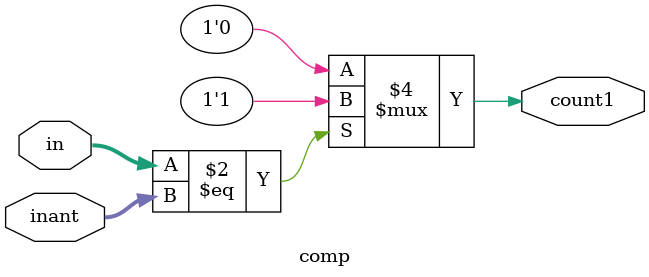
<source format=v>
module comp (in, inant, count1);
   
  input [7:0] in;
  input [7:0] inant;
  output reg count1;

  always @(in)
    if(in == inant) count1 <= 1;
    else count1 <= 0;

endmodule

</source>
